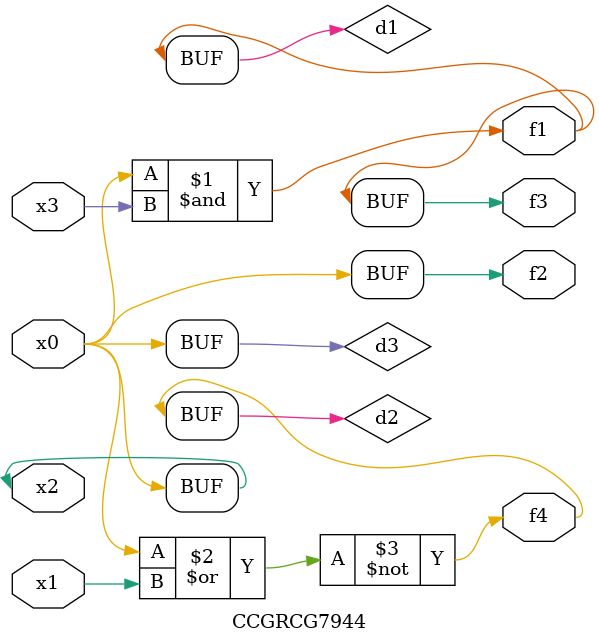
<source format=v>
module CCGRCG7944(
	input x0, x1, x2, x3,
	output f1, f2, f3, f4
);

	wire d1, d2, d3;

	and (d1, x2, x3);
	nor (d2, x0, x1);
	buf (d3, x0, x2);
	assign f1 = d1;
	assign f2 = d3;
	assign f3 = d1;
	assign f4 = d2;
endmodule

</source>
